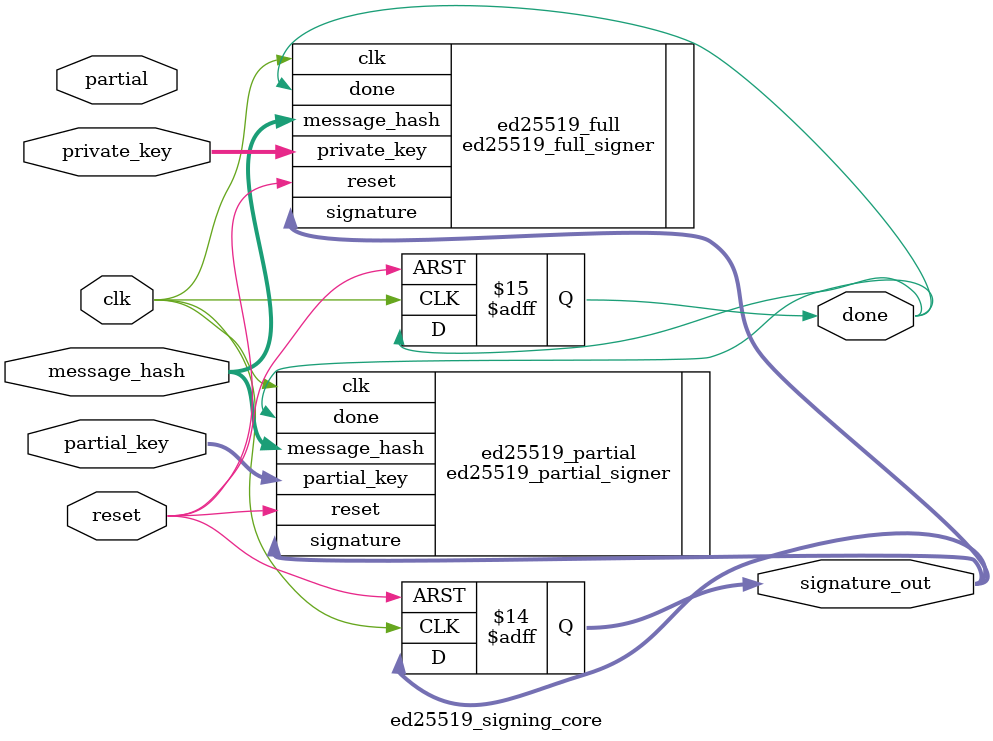
<source format=v>
module ed25519_signing_core (
    input wire clk,
    input wire reset,
    input wire [255:0] private_key,    // Full private key for Ed25519
    input wire [127:0] message_hash,   // Message hash
    input wire partial,                // Use partial signing (threshold)
    input wire [255:0] partial_key,    // Shard of the private key for partial signature
    output reg [255:0] signature_out,  // Ed25519 signature
    output reg done
);

    ed25519_full_signer ed25519_full (
        .clk(clk),
        .reset(reset),
        .private_key(private_key),
        .message_hash(message_hash),
        .signature(signature_out),
        .done(done)
    );

    ed25519_partial_signer ed25519_partial (
        .clk(clk),
        .reset(reset),
        .partial_key(partial_key),
        .message_hash(message_hash),
        .signature(signature_out),
        .done(done)
    );

    always @(posedge clk or posedge reset) begin
        if (reset) begin
            signature_out <= 256'b0;
            done <= 0;
        end else if (partial) begin
            // Use partial key signing if indicated
            ed25519_partial.partial_key <= partial_key;
            ed25519_partial.message_hash <= message_hash;
        end else begin
            // Use full key signing
            ed25519_full.private_key <= private_key;
            ed25519_full.message_hash <= message_hash;
        end
    end
endmodule
</source>
